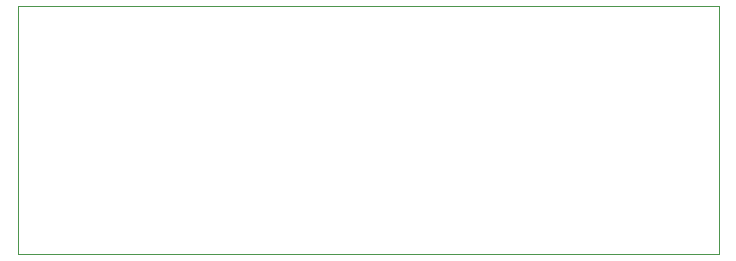
<source format=gbr>
%TF.GenerationSoftware,KiCad,Pcbnew,(6.0.11-0)*%
%TF.CreationDate,2023-02-12T12:48:10-05:00*%
%TF.ProjectId,EyeSPI-PiCowbell,45796553-5049-42d5-9069-436f7762656c,2.0.0*%
%TF.SameCoordinates,Original*%
%TF.FileFunction,Profile,NP*%
%FSLAX46Y46*%
G04 Gerber Fmt 4.6, Leading zero omitted, Abs format (unit mm)*
G04 Created by KiCad (PCBNEW (6.0.11-0)) date 2023-02-12 12:48:10*
%MOMM*%
%LPD*%
G01*
G04 APERTURE LIST*
%TA.AperFunction,Profile*%
%ADD10C,0.050000*%
%TD*%
G04 APERTURE END LIST*
D10*
X124152100Y-61577200D02*
X183498300Y-61577200D01*
X183498300Y-61577200D02*
X183498300Y-82577000D01*
X183498300Y-82577000D02*
X124152100Y-82577000D01*
X124152100Y-82577000D02*
X124152100Y-61577200D01*
M02*

</source>
